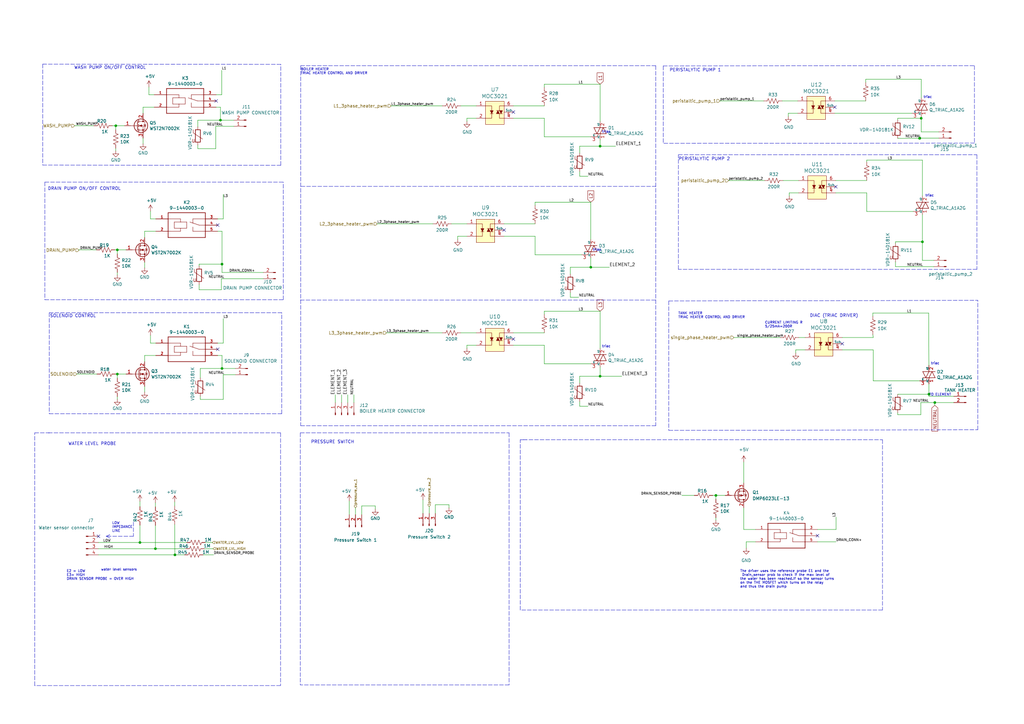
<source format=kicad_sch>
(kicad_sch (version 20211123) (generator eeschema)
  (paper "A3")
  (title_block (title "DISHWASHER") (date "2022-02-01") (rev "1") (company "STEEL FORM") (comment 2 "Reviewed by:") (comment 3 "Designed by: Robert Mutura Macharia") (comment 4 "STEEL FORM - DISHWASHER"))
  (junction (at 57.404 222.504))
  (junction (at 91.059 151.13))
  (junction (at 90.424 49.276))
  (junction (at 246.126 154.305))
  (junction (at 377.19 56.642))
  (junction (at 63.754 225.044))
  (junction (at 48.133 102.489))
  (junction (at 378.333 99.187))
  (junction (at 381 161.671))
  (junction (at 71.755 227.584))
  (junction (at 293.624 203.2))
  (junction (at 91.059 108.331))
  (junction (at 47.498 51.562))
  (junction (at 383.413 165.1))
  (junction (at 246.126 59.944))
  (junction (at 377.19 56.769))
  (junction (at 48.133 153.416))
  (junction (at 242.316 109.601))
  (junction (at 377.825 48.514))
  (no_connect (at 335.28 219.71))
  (no_connect (at 88.646 41.402))
  (no_connect (at 89.281 143.256))
  (no_connect (at 345.44 140.97))
  (no_connect (at 342.773 76.581))
  (no_connect (at 89.281 92.329))
  (no_connect (at 342.392 43.942))
  (no_connect (at 210.566 45.974))
  (no_connect (at 206.756 94.361))
  (no_connect (at 210.566 139.065))
  (no_connect (at 40.386 219.964))
  (wire (pts (xy 195.326 43.434) (xy 188.976 43.434)))
  (wire (pts (xy 368.173 48.514) (xy 377.825 48.514)))
  (wire (pts (xy 326.39 143.51) (xy 326.39 144.78)))
  (wire (pts (xy 178.562 207.01) (xy 184.15 207.01)))
  (wire (pts (xy 367.284 109.347) (xy 383.032 109.347)))
  (wire (pts (xy 61.722 140.716) (xy 63.881 140.716)))
  (wire (pts (xy 391.16 162.56) (xy 381 162.56)))
  (wire (pts (xy 153.924 207.518) (xy 153.924 208.788)))
  (wire (pts (xy 237.744 166.624) (xy 241.173 166.624)))
  (wire (pts (xy 88.646 38.862) (xy 90.932 38.862)))
  (polyline (pts (xy 17.526 67.691) (xy 115.189 67.818)))
  (wire (pts (xy 368.173 56.769) (xy 377.19 56.769)))
  (wire (pts (xy 58.674 58.928) (xy 58.674 56.642)))
  (wire (pts (xy 90.424 43.942) (xy 90.424 49.276)))
  (wire (pts (xy 31.496 153.416) (xy 39.751 153.416)))
  (wire (pts (xy 176.022 207.772) (xy 176.022 210.566)))
  (wire (pts (xy 367.284 99.822) (xy 367.284 99.187)))
  (wire (pts (xy 81.153 59.563) (xy 81.153 60.96)))
  (wire (pts (xy 335.28 222.25) (xy 342.9 222.25)))
  (polyline (pts (xy 401.066 176.276) (xy 401.066 123.19)))
  (wire (pts (xy 355.473 65.659) (xy 355.473 66.421)))
  (wire (pts (xy 137.541 165.1) (xy 137.541 161.925)))
  (wire (pts (xy 323.723 79.121) (xy 323.723 80.391)))
  (wire (pts (xy 355.092 32.512) (xy 377.825 32.512)))
  (wire (pts (xy 377.825 32.512) (xy 377.825 40.132)))
  (polyline (pts (xy 18.415 122.936) (xy 116.205 122.936)))
  (wire (pts (xy 305.054 189.484) (xy 305.054 198.12)))
  (wire (pts (xy 206.756 96.901) (xy 219.456 96.901)))
  (wire (pts (xy 61.087 35.687) (xy 61.087 38.862)))
  (polyline (pts (xy 123.19 177.546) (xy 123.19 280.924)))
  (wire (pts (xy 91.059 111.76) (xy 107.95 111.76)))
  (wire (pts (xy 82.169 162.56) (xy 82.169 163.83)))
  (wire (pts (xy 246.126 59.944) (xy 252.476 59.944)))
  (wire (pts (xy 246.126 127.635) (xy 246.126 142.875)))
  (wire (pts (xy 195.326 48.514) (xy 191.516 48.514)))
  (wire (pts (xy 295.275 41.402) (xy 313.182 41.402)))
  (polyline (pts (xy 123.444 76.454) (xy 268.986 76.454)))
  (polyline (pts (xy 18.415 74.676) (xy 18.415 122.936)))
  (wire (pts (xy 83.82 225.044) (xy 87.376 225.044)))
  (wire (pts (xy 47.498 61.849) (xy 47.498 60.833)))
  (wire (pts (xy 48.133 153.416) (xy 51.689 153.416)))
  (wire (pts (xy 237.744 157.099) (xy 237.744 154.305)))
  (wire (pts (xy 223.266 34.544) (xy 246.126 34.544)))
  (wire (pts (xy 233.934 112.395) (xy 233.934 109.601)))
  (wire (pts (xy 210.566 48.514) (xy 223.266 48.514)))
  (wire (pts (xy 145.161 165.1) (xy 145.161 161.925)))
  (polyline (pts (xy 278.257 110.49) (xy 278.257 63.5)))
  (wire (pts (xy 355.092 41.402) (xy 342.392 41.402)))
  (wire (pts (xy 40.386 222.504) (xy 57.404 222.504)))
  (polyline (pts (xy 123.317 174.625) (xy 268.986 174.625)))
  (polyline (pts (xy 361.95 180.34) (xy 361.95 250.19)))
  (wire (pts (xy 90.805 118.872) (xy 90.805 114.3)))
  (wire (pts (xy 323.342 46.482) (xy 323.342 47.752)))
  (wire (pts (xy 173.482 210.566) (xy 173.482 204.978)))
  (polyline (pts (xy 272.034 27.051) (xy 399.669 26.924)))
  (wire (pts (xy 279.654 203.2) (xy 284.734 203.2)))
  (wire (pts (xy 219.456 96.901) (xy 219.456 104.521)))
  (polyline (pts (xy 274.32 176.53) (xy 401.066 176.276)))
  (polyline (pts (xy 400.685 63.5) (xy 400.685 110.49)))
  (wire (pts (xy 255.016 154.305) (xy 246.126 154.305)))
  (wire (pts (xy 246.126 34.544) (xy 246.126 49.784)))
  (wire (pts (xy 91.059 94.869) (xy 91.059 108.331)))
  (wire (pts (xy 358.013 128.397) (xy 358.013 129.667)))
  (wire (pts (xy 300.99 138.43) (xy 320.04 138.43)))
  (wire (pts (xy 223.266 141.605) (xy 223.266 149.225)))
  (wire (pts (xy 298.831 74.041) (xy 313.563 74.041)))
  (wire (pts (xy 381 161.671) (xy 381 162.56)))
  (wire (pts (xy 81.153 51.943) (xy 81.153 49.276)))
  (wire (pts (xy 223.266 127.635) (xy 223.266 128.905)))
  (wire (pts (xy 242.316 105.791) (xy 242.316 109.601)))
  (wire (pts (xy 246.126 57.404) (xy 246.126 59.944)))
  (wire (pts (xy 378.333 99.187) (xy 378.333 106.807)))
  (wire (pts (xy 63.881 145.796) (xy 59.309 145.796)))
  (wire (pts (xy 358.013 128.397) (xy 380.873 128.397)))
  (wire (pts (xy 82.169 151.13) (xy 82.169 154.94)))
  (polyline (pts (xy 399.669 26.924) (xy 399.669 58.674)))
  (wire (pts (xy 219.456 82.931) (xy 242.316 82.931)))
  (polyline (pts (xy 115.189 67.818) (xy 115.189 26.416)))
  (wire (pts (xy 71.628 205.867) (xy 71.628 207.518)))
  (wire (pts (xy 91.567 140.716) (xy 91.567 130.683)))
  (wire (pts (xy 195.326 141.605) (xy 191.516 141.605)))
  (wire (pts (xy 358.14 143.51) (xy 358.14 156.21)))
  (wire (pts (xy 233.934 109.601) (xy 242.316 109.601)))
  (wire (pts (xy 82.169 151.13) (xy 91.059 151.13)))
  (polyline (pts (xy 20.193 169.672) (xy 115.57 169.672)))
  (wire (pts (xy 368.173 161.671) (xy 381 161.671)))
  (wire (pts (xy 158.496 136.525) (xy 181.356 136.525)))
  (wire (pts (xy 195.326 136.525) (xy 188.976 136.525)))
  (wire (pts (xy 233.934 120.015) (xy 233.934 121.92)))
  (wire (pts (xy 330.2 138.43) (xy 327.66 138.43)))
  (wire (pts (xy 83.312 227.584) (xy 87.63 227.584)))
  (wire (pts (xy 81.661 116.713) (xy 81.661 118.872)))
  (polyline (pts (xy 208.788 280.924) (xy 123.19 280.924)))
  (wire (pts (xy 148.336 211.074) (xy 148.336 207.518)))
  (polyline (pts (xy 400.685 110.49) (xy 278.257 110.49)))
  (wire (pts (xy 148.336 207.518) (xy 153.924 207.518)))
  (wire (pts (xy 377.825 54.102) (xy 385.064 54.102)))
  (wire (pts (xy 306.07 222.25) (xy 306.07 224.79)))
  (wire (pts (xy 81.153 49.276) (xy 90.424 49.276)))
  (polyline (pts (xy 213.36 250.19) (xy 213.36 180.34)))
  (wire (pts (xy 223.266 34.544) (xy 223.266 35.814)))
  (wire (pts (xy 89.281 140.716) (xy 91.567 140.716)))
  (wire (pts (xy 88.519 51.816) (xy 95.885 51.816)))
  (polyline (pts (xy 43.561 219.837) (xy 43.561 219.964)))
  (wire (pts (xy 61.722 89.789) (xy 63.881 89.789)))
  (wire (pts (xy 367.284 107.442) (xy 367.284 109.347)))
  (wire (pts (xy 89.281 89.789) (xy 91.567 89.789)))
  (wire (pts (xy 380.873 128.397) (xy 381 149.86)))
  (polyline (pts (xy 272.034 27.051) (xy 272.034 58.801)))
  (wire (pts (xy 345.44 143.51) (xy 358.14 143.51)))
  (wire (pts (xy 48.133 155.067) (xy 48.133 153.416)))
  (polyline (pts (xy 268.986 26.924) (xy 123.317 26.924)))
  (wire (pts (xy 237.744 62.738) (xy 237.744 59.944)))
  (wire (pts (xy 91.059 145.796) (xy 91.059 151.13)))
  (wire (pts (xy 82.169 163.83) (xy 91.567 163.83)))
  (polyline (pts (xy 268.986 26.924) (xy 268.986 174.625)))
  (polyline (pts (xy 115.57 169.672) (xy 115.57 128.27)))
  (wire (pts (xy 145.796 208.28) (xy 145.796 211.074)))
  (polyline (pts (xy 399.669 58.674) (xy 272.034 58.801)))
  (wire (pts (xy 377.19 56.769) (xy 377.19 56.642)))
  (wire (pts (xy 63.754 206.248) (xy 63.754 207.899)))
  (polyline (pts (xy 208.788 177.546) (xy 208.788 280.924)))
  (wire (pts (xy 219.456 82.931) (xy 219.456 84.201)))
  (polyline (pts (xy 17.526 26.289) (xy 115.189 26.416)))
  (wire (pts (xy 47.371 153.416) (xy 48.133 153.416)))
  (wire (pts (xy 377.19 56.642) (xy 385.064 56.642)))
  (wire (pts (xy 91.567 89.789) (xy 91.567 79.756)))
  (wire (pts (xy 154.686 91.821) (xy 177.546 91.821)))
  (wire (pts (xy 305.054 208.28) (xy 305.054 217.17)))
  (wire (pts (xy 90.932 38.862) (xy 90.932 28.829)))
  (wire (pts (xy 242.316 109.601) (xy 249.936 109.601)))
  (polyline (pts (xy 278.257 63.5) (xy 400.685 63.5)))
  (wire (pts (xy 223.266 136.525) (xy 210.566 136.525)))
  (wire (pts (xy 342.773 79.121) (xy 355.473 79.121)))
  (wire (pts (xy 355.473 65.659) (xy 378.333 65.659)))
  (wire (pts (xy 377.825 48.514) (xy 377.825 54.102)))
  (wire (pts (xy 335.28 217.17) (xy 342.9 217.17)))
  (wire (pts (xy 91.059 108.331) (xy 91.059 111.76)))
  (wire (pts (xy 32.385 102.489) (xy 39.497 102.489)))
  (wire (pts (xy 237.744 70.358) (xy 237.744 72.263)))
  (polyline (pts (xy 54.737 214.122) (xy 54.737 219.964)))
  (wire (pts (xy 184.15 207.01) (xy 184.15 208.28)))
  (wire (pts (xy 90.424 49.276) (xy 95.885 49.276)))
  (wire (pts (xy 293.624 203.2) (xy 293.624 204.724)))
  (wire (pts (xy 367.284 99.187) (xy 378.333 99.187)))
  (wire (pts (xy 327.152 46.482) (xy 323.342 46.482)))
  (wire (pts (xy 219.456 104.521) (xy 238.506 104.521)))
  (wire (pts (xy 191.516 96.901) (xy 187.706 96.901)))
  (wire (pts (xy 327.533 74.041) (xy 321.183 74.041)))
  (polyline (pts (xy 54.737 219.964) (xy 43.561 219.964)))
  (wire (pts (xy 59.309 109.855) (xy 59.309 107.569)))
  (wire (pts (xy 381 157.48) (xy 381 161.671)))
  (wire (pts (xy 71.628 215.138) (xy 71.755 227.584)))
  (wire (pts (xy 210.566 141.605) (xy 223.266 141.605)))
  (wire (pts (xy 355.092 32.512) (xy 355.092 33.782)))
  (wire (pts (xy 378.333 65.659) (xy 378.333 80.391)))
  (wire (pts (xy 59.309 160.782) (xy 59.309 158.496)))
  (wire (pts (xy 40.386 225.044) (xy 63.754 225.044)))
  (wire (pts (xy 237.744 164.719) (xy 237.744 166.624)))
  (wire (pts (xy 368.173 49.149) (xy 368.173 48.514)))
  (wire (pts (xy 342.392 46.482) (xy 374.015 46.482)))
  (wire (pts (xy 63.881 94.869) (xy 59.309 94.869)))
  (wire (pts (xy 32.385 102.616) (xy 32.385 102.489)))
  (wire (pts (xy 140.081 165.1) (xy 140.081 161.925)))
  (wire (pts (xy 383.413 166.243) (xy 383.413 165.1)))
  (wire (pts (xy 191.516 91.821) (xy 185.166 91.821)))
  (wire (pts (xy 47.117 102.489) (xy 48.133 102.489)))
  (wire (pts (xy 293.624 213.36) (xy 293.624 212.344)))
  (polyline (pts (xy 20.193 128.27) (xy 115.57 128.27)))
  (polyline (pts (xy 123.317 26.924) (xy 123.317 174.625)))
  (wire (pts (xy 378.333 88.011) (xy 378.333 99.187)))
  (wire (pts (xy 81.661 109.093) (xy 81.661 108.331)))
  (wire (pts (xy 63.754 225.044) (xy 76.2 225.044)))
  (wire (pts (xy 355.473 74.041) (xy 342.773 74.041)))
  (wire (pts (xy 327.152 41.402) (xy 320.802 41.402)))
  (wire (pts (xy 377.698 165.1) (xy 383.413 165.1)))
  (wire (pts (xy 368.173 169.291) (xy 368.173 170.053)))
  (wire (pts (xy 59.309 94.869) (xy 59.309 97.409)))
  (wire (pts (xy 61.722 86.614) (xy 61.722 89.789)))
  (polyline (pts (xy 14.224 281.178) (xy 14.224 177.546)))
  (polyline (pts (xy 123.19 123.063) (xy 268.986 123.063)))
  (wire (pts (xy 160.401 43.434) (xy 181.356 43.434)))
  (polyline (pts (xy 17.526 26.289) (xy 17.526 67.691)))
  (wire (pts (xy 88.646 43.942) (xy 90.424 43.942)))
  (wire (pts (xy 223.266 48.514) (xy 223.266 56.134)))
  (wire (pts (xy 383.032 106.807) (xy 378.333 106.807)))
  (wire (pts (xy 391.16 165.1) (xy 383.413 165.1)))
  (wire (pts (xy 90.805 114.3) (xy 107.95 114.3)))
  (wire (pts (xy 355.473 79.121) (xy 355.473 86.741)))
  (wire (pts (xy 88.519 60.96) (xy 88.519 51.816)))
  (polyline (pts (xy 361.95 250.19) (xy 213.36 250.19)))
  (wire (pts (xy 40.386 227.584) (xy 71.755 227.584)))
  (wire (pts (xy 358.14 138.43) (xy 345.44 138.43)))
  (wire (pts (xy 61.722 137.541) (xy 61.722 140.716)))
  (wire (pts (xy 142.621 165.1) (xy 142.621 161.925)))
  (wire (pts (xy 48.133 104.14) (xy 48.133 102.489)))
  (polyline (pts (xy 213.36 180.34) (xy 215.9 180.34)))
  (wire (pts (xy 89.281 94.869) (xy 91.059 94.869)))
  (wire (pts (xy 242.316 82.931) (xy 242.316 98.171)))
  (polyline (pts (xy 43.561 219.964) (xy 45.466 220.853)))
  (wire (pts (xy 48.133 102.489) (xy 51.689 102.489)))
  (wire (pts (xy 330.2 143.51) (xy 326.39 143.51)))
  (polyline (pts (xy 43.561 219.964) (xy 45.466 219.075)))
  (wire (pts (xy 358.013 137.287) (xy 358.14 138.43)))
  (polyline (pts (xy 115.062 177.546) (xy 115.062 281.178)))
  (wire (pts (xy 84.201 222.504) (xy 87.122 222.504)))
  (wire (pts (xy 61.087 38.862) (xy 63.246 38.862)))
  (wire (pts (xy 327.533 79.121) (xy 323.723 79.121)))
  (wire (pts (xy 191.516 141.605) (xy 191.516 142.875)))
  (wire (pts (xy 91.567 153.67) (xy 96.52 153.67)))
  (wire (pts (xy 81.661 108.331) (xy 91.059 108.331)))
  (wire (pts (xy 63.246 43.942) (xy 58.674 43.942)))
  (wire (pts (xy 358.14 156.21) (xy 377.19 156.21)))
  (wire (pts (xy 233.934 121.92) (xy 237.363 121.92)))
  (wire (pts (xy 309.88 222.25) (xy 306.07 222.25)))
  (wire (pts (xy 59.309 145.796) (xy 59.309 148.336)))
  (polyline (pts (xy 274.32 123.444) (xy 274.32 176.53)))
  (polyline (pts (xy 20.193 128.27) (xy 20.193 169.672)))
  (wire (pts (xy 292.354 203.2) (xy 293.624 203.2)))
  (wire (pts (xy 91.567 163.83) (xy 91.567 153.67)))
  (wire (pts (xy 71.755 227.584) (xy 75.692 227.584)))
  (wire (pts (xy 355.473 86.741) (xy 374.523 86.741)))
  (wire (pts (xy 63.754 215.519) (xy 63.754 225.044)))
  (wire (pts (xy 223.266 149.225) (xy 242.316 149.225)))
  (wire (pts (xy 223.266 127.635) (xy 246.126 127.635)))
  (wire (pts (xy 57.404 215.392) (xy 57.404 222.504)))
  (polyline (pts (xy 214.63 180.34) (xy 361.95 180.34)))
  (wire (pts (xy 219.456 91.821) (xy 206.756 91.821)))
  (wire (pts (xy 237.744 72.263) (xy 241.173 72.263)))
  (wire (pts (xy 48.133 163.703) (xy 48.133 162.687)))
  (polyline (pts (xy 14.224 177.546) (xy 20.32 177.546)))
  (polyline (pts (xy 123.19 177.546) (xy 208.788 177.546)))
  (wire (pts (xy 191.516 48.514) (xy 191.516 49.784)))
  (wire (pts (xy 81.661 118.872) (xy 90.805 118.872)))
  (wire (pts (xy 237.744 154.305) (xy 246.126 154.305)))
  (wire (pts (xy 46.101 51.562) (xy 47.498 51.562)))
  (wire (pts (xy 293.624 203.2) (xy 297.434 203.2)))
  (wire (pts (xy 309.88 217.17) (xy 305.054 217.17)))
  (polyline (pts (xy 19.812 177.546) (xy 115.062 177.546)))
  (wire (pts (xy 187.706 96.901) (xy 187.706 98.171)))
  (wire (pts (xy 178.562 210.566) (xy 178.562 207.01)))
  (wire (pts (xy 223.266 43.434) (xy 210.566 43.434)))
  (wire (pts (xy 47.498 51.562) (xy 51.054 51.562)))
  (wire (pts (xy 30.607 51.562) (xy 38.481 51.562)))
  (wire (pts (xy 246.126 150.495) (xy 246.126 154.305)))
  (wire (pts (xy 47.498 53.213) (xy 47.498 51.562)))
  (wire (pts (xy 89.281 145.796) (xy 91.059 145.796)))
  (wire (pts (xy 81.153 60.96) (xy 88.519 60.96)))
  (wire (pts (xy 57.404 222.504) (xy 76.581 222.504)))
  (wire (pts (xy 58.674 43.942) (xy 58.674 46.482)))
  (polyline (pts (xy 115.062 281.178) (xy 14.224 281.178)))
  (wire (pts (xy 368.173 170.053) (xy 377.698 170.053)))
  (wire (pts (xy 57.404 205.613) (xy 57.404 207.772)))
  (polyline (pts (xy 274.32 123.444) (xy 401.066 123.19)))
  (wire (pts (xy 143.256 211.074) (xy 143.256 205.486)))
  (wire (pts (xy 342.9 212.09) (xy 342.9 217.17)))
  (wire (pts (xy 223.266 56.134) (xy 242.316 56.134)))
  (wire (pts (xy 377.825 47.752) (xy 377.825 48.514)))
  (polyline (pts (xy 116.205 122.936) (xy 116.205 74.676)))
  (wire (pts (xy 377.698 170.053) (xy 377.698 165.1)))
  (wire (pts (xy 237.744 59.944) (xy 246.126 59.944)))
  (polyline (pts (xy 18.415 74.676) (xy 116.205 74.676)))
  (wire (pts (xy 91.059 151.13) (xy 96.52 151.13)))
  (wire (pts (xy 48.133 112.776) (xy 48.133 111.76)))
  (text "triac" (at 379.476 80.899 0) (effects (font (size 0.9906 0.9906)) (justify left bottom)))
  (text "TO ELEMENT" (at 381 162.56 0) (effects (font (size 0.9906 0.9906)) (justify left bottom)))
  (text "triac" (at 243.078 103.124 0) (effects (font (size 0.9906 0.9906)) (justify left bottom)))
  (text "WATER LEVEL PROBE" (at 27.94 182.88 0) (effects (font (size 1.27 1.27)) (justify left bottom)))
  (text "triac" (at 246.888 54.737 0) (effects (font (size 0.9906 0.9906)) (justify left bottom)))
  (text "CURRENT LIMITING R\n5/25mA=200R" (at 313.69 134.62 0) (effects (font (size 0.9906 0.9906)) (justify left bottom)))
  (text "TANK HEATER\nTRIAC HEATER CONTROL AND DRIVER" (at 278.13 130.81 0) (effects (font (size 0.9906 0.9906)) (justify left bottom)))
  (text "DIAC (TRIAC DRIVER)" (at 332.105 130.302 0) (effects (font (size 1.27 1.27)) (justify left bottom)))
  (text "LOW\nIMPEDANCE \nLINE" (at 45.974 218.44 0) (effects (font (size 0.9906 0.9906)) (justify left bottom)))
  (text "WASH PUMP ON/OFF CONTROL" (at 30.353 28.575 0) (effects (font (size 1.27 1.27)) (justify left bottom)))
  (text "SOLENOID CONTROL " (at 20.447 130.429 0) (effects (font (size 1.27 1.27)) (justify left bottom)))
  (text "PERISTALYTIC PUMP 1" (at 274.574 29.591 0) (effects (font (size 1.27 1.27)) (justify left bottom)))
  (text "BOILER HEATER\nTRIAC HEATER CONTROL AND DRIVER" (at 123.317 30.734 0) (effects (font (size 0.9906 0.9906)) (justify left bottom)))
  (text "E2 = LOW\nE3= HIGH\nDRAIN SENSOR PROBE = OVER HIGH" (at 27.305 238.125 0) (effects (font (size 0.9906 0.9906)) (justify left bottom)))
  (text "PRESSURE SWITCH" (at 127.508 182.118 0) (effects (font (size 1.27 1.27)) (justify left bottom)))
  (text "The driver uses the reference probe E1 and the\n Drain_sensor prob to check if the max level of\nthe water has been reached.If so the sensor turns\non the THE MOSFET which turns on the relay\nand thus the drain pump" (at 303.53 241.3 0) (effects (font (size 0.9906 0.9906)) (justify left bottom)))
  (text "PERISTALYTIC PUMP 2\n" (at 278.257 66.04 0) (effects (font (size 1.27 1.27)) (justify left bottom)))
  (text "triac" (at 246.888 142.748 0) (effects (font (size 0.9906 0.9906)) (justify left bottom)))
  (text "triac" (at 381.762 149.733 0) (effects (font (size 0.9906 0.9906)) (justify left bottom)))
  (text "DRAIN PUMP ON/OFF CONTROL" (at 19.558 78.232 0) (effects (font (size 1.27 1.27)) (justify left bottom)))
  (text "triac" (at 378.714 40.513 0) (effects (font (size 0.9906 0.9906)) (justify left bottom)))
  (text "water level sensors" (at 41.402 234.315 0) (effects (font (size 0.9906 0.9906)) (justify left bottom)))
  (label "DRAIN_PUMP" (at 32.766 102.489 0) (effects (font (size 0.9906 0.9906))))
  (label "HIGH" (at 42.672 225.044 0) (effects (font (size 0.9906 0.9906))))
  (label "L3" (at 363.982 65.659 0) (effects (font (size 0.9906 0.9906))))
  (label "ELEMENT_3" (at 255.016 154.305 0))
  (label "L1" (at 237.236 34.544 0) (effects (font (size 0.9906 0.9906))))
  (label "L1" (at 371.983 128.397 0) (effects (font (size 0.9906 0.9906))))
  (label "peristaltic_pump_1" (at 295.275 41.402 0) (effects (font (size 0.9906 0.9906))))
  (label "ELEMENT_1" (at 252.476 59.944 0))
  (label "ELEMENT_2" (at 140.081 161.925 90))
  (label "NEUTRAL" (at 381 165.1 180) (effects (font (size 0.9906 0.9906))))
  (label "ELEMENT_2" (at 249.936 109.601 0))
  (label "L2_3phase_heater_pwm" (at 154.686 91.821 0) (effects (font (size 0.9906 0.9906))))
  (label "ELEMENT_1" (at 137.541 161.925 90))
  (label "L2" (at 233.426 82.931 0) (effects (font (size 0.9906 0.9906))))
  (label "NEUTRAL" (at 237.363 121.92 0) (effects (font (size 0.9906 0.9906))))
  (label "DRAIN_SENSOR_PROBE" (at 87.63 227.584 0) (effects (font (size 0.9906 0.9906))))
  (label "WASH_PUMP" (at 31.115 51.562 0) (effects (font (size 0.9906 0.9906))))
  (label "L3_3phase_heater_pwm" (at 158.496 136.525 0) (effects (font (size 0.9906 0.9906))))
  (label "NEUTRAL" (at 378.587 109.347 180) (effects (font (size 0.9906 0.9906))))
  (label "L3" (at 237.236 127.635 0) (effects (font (size 0.9906 0.9906))))
  (label "L3" (at 342.9 212.09 90) (effects (font (size 0.9906 0.9906))))
  (label "NEUTRAL" (at 92.075 153.67 180) (effects (font (size 0.9906 0.9906))))
  (label "NEUTRAL" (at 241.173 166.624 0) (effects (font (size 0.9906 0.9906))))
  (label "DRAIN_CONN+" (at 93.98 111.76 0) (effects (font (size 0.9906 0.9906))))
  (label "LOW" (at 42.291 222.504 0) (effects (font (size 0.9906 0.9906))))
  (label "DRAIN_CONN+" (at 342.9 222.25 0) (effects (font (size 0.9906 0.9906))))
  (label "NEUTRAL" (at 145.161 161.925 90) (effects (font (size 0.9906 0.9906))))
  (label "DRAIN_SENSOR_PROBE" (at 279.654 203.2 180) (effects (font (size 0.9906 0.9906))))
  (label "ELEMENT_3" (at 142.621 161.925 90))
  (label "SOLENOID" (at 31.496 153.416 0) (effects (font (size 0.9906 0.9906))))
  (label "L1" (at 90.932 28.829 0) (effects (font (size 0.9906 0.9906))))
  (label "L3" (at 91.567 130.683 0) (effects (font (size 0.9906 0.9906))))
  (label "L3" (at 91.567 81.153 0) (effects (font (size 0.9906 0.9906))))
  (label "L1_3phase_heater_pwm" (at 160.401 43.434 0) (effects (font (size 0.9906 0.9906))))
  (label "L3" (at 367.538 32.512 0) (effects (font (size 0.9906 0.9906))))
  (label "NEUTRAL" (at 377.825 56.642 180) (effects (font (size 0.9906 0.9906))))
  (label "NEUTRAL" (at 92.075 114.3 180) (effects (font (size 0.9906 0.9906))))
  (label "NEUTRAL" (at 91.44 51.816 180) (effects (font (size 0.9906 0.9906))))
  (label "single_phase_heater_pwm" (at 302.26 138.43 0) (effects (font (size 0.9906 0.9906))))
  (label "NEUTRAL" (at 241.173 72.263 0) (effects (font (size 0.9906 0.9906))))
  (label "peristaltic_pump_2" (at 298.831 74.041 0) (effects (font (size 0.9906 0.9906))))
  (global_label "L3" (shape input) (at 246.126 127.635 90) (property "Intersheet References" "${INTERSHEET_REFS}" (effects hide)))
  (global_label "NEUTRAL" (shape input) (at 383.413 166.243 270) (property "Intersheet References" "${INTERSHEET_REFS}" (effects hide)))
  (global_label "L2" (shape input) (at 242.316 82.931 90) (property "Intersheet References" "${INTERSHEET_REFS}" (effects hide)))
  (global_label "L1" (shape input) (at 246.126 34.544 90) (property "Intersheet References" "${INTERSHEET_REFS}" (effects hide)))
  (hierarchical_label "single_phase_heater_pwm" (shape input) (at 300.99 138.43 180))
  (hierarchical_label "peristaltic_pump_1" (shape input) (at 295.275 41.402 180))
  (hierarchical_label "WATER_LVL_HIGH" (shape input) (at 87.376 225.044 0) (effects (font (size 0.9906 0.9906))))
  (hierarchical_label "pressure_sw_1" (shape input) (at 145.796 208.28 90) (effects (font (size 0.9906 0.9906))))
  (hierarchical_label "WATER_LVL_LOW" (shape input) (at 87.122 222.504 0) (effects (font (size 0.9906 0.9906))))
  (hierarchical_label "pressure_sw_2" (shape input) (at 176.022 207.772 90) (effects (font (size 0.9906 0.9906))))
  (hierarchical_label "L3_3phase_heater_pwm" (shape input) (at 158.496 136.525 180))
  (hierarchical_label "peristaltic_pump_2" (shape input) (at 298.831 74.041 180))
  (hierarchical_label "WASH_PUMP" (shape input) (at 30.607 51.562 180))
  (hierarchical_label "L1_3phase_heater_pwm" (shape input) (at 160.401 43.434 180))
  (hierarchical_label "SOLENOID" (shape input) (at 31.496 153.416 180))
  (hierarchical_label "DRAIN_PUMP" (shape input) (at 32.385 102.616 180))
  (hierarchical_label "L2_3phase_heater_pwm" (shape input) (at 154.686 91.821 180))
  (symbol (lib_name "MOC3021_1") (lib_id "dk_Optoisolators-Triac-SCR-Output:MOC3021") (at 337.82 140.97 0) (unit 1)
    (property "Reference" "U8" (at 337.82 131.7752 0) (effects (font (size 1.524 1.524))))
    (property "Value" "MOC3021" (at 337.82 134.4676 0) (effects (font (size 1.524 1.524))))
    (property "Footprint" "digikey-footprints:DIP-6_W7.62mm" (effects hide))
    (property "Datasheet" "http://optoelectronics.liteon.com/upload/download/DS-70-99-0019/MOC302X%20series%20201606.pdf" (effects hide))
    (property "Digi-Key_PN" "160-1374-5-ND" (effects hide))
    (property "MPN" "MOC3021" (effects hide))
    (property "Category" "Isolators" (effects hide))
    (property "Family" "Optoisolators - Triac, SCR Output" (effects hide))
    (property "DK_Datasheet_Link" "http://optoelectronics.liteon.com/upload/download/DS-70-99-0019/MOC302X%20series%20201606.pdf" (effects hide))
    (property "DK_Detail_Page" "/product-detail/en/lite-on-inc/MOC3021/160-1374-5-ND/385844" (effects hide))
    (property "Description" "OPTOISOLATOR 5KV TRIAC 6DIP" (effects hide))
    (property "Manufacturer" "Lite-On Inc." (effects hide))
    (property "Status" "Active" (effects hide))
  )
  (symbol (lib_id "Device:R_US") (at 323.85 138.43 270) (unit 1)
    (property "Reference" "R27" (at 323.85 135.89 90))
    (property "Value" "200R" (at 323.85 140.97 90))
    (property "Footprint" "Resistor_SMD:R_0402_1005Metric" (effects hide))
  )
  (symbol (lib_id "power:GND") (at 326.39 144.78 0) (unit 1)
    (property "Reference" "#PWR0156" (effects hide))
    (property "Value" "GND" (at 326.517 149.1742 0))
  )
  (symbol (lib_id "Device:R_US") (at 358.013 133.477 0) (unit 1)
    (property "Reference" "R29" (at 361.823 132.207 0))
    (property "Value" "10K" (at 361.823 134.747 0))
    (property "Footprint" "Resistor_SMD:R_0402_1005Metric" (effects hide))
  )
  (symbol (lib_id "Device:Q_TRIAC_A1A2G") (at 381 153.67 0) (unit 1)
    (property "Reference" "D2" (at 384.2512 152.5016 0) (effects (justify left)))
    (property "Value" "Q_TRIAC_A1A2G" (at 384.2512 154.813 0) (effects (justify left)))
    (property "Footprint" "Package_TO_SOT_THT:TO-220-3_Vertical" (effects hide))
    (property "MPN" "BTA30-600CW3G" (effects hide))
  )
  (symbol (lib_id "Connector:Conn_01x02_Male") (at 396.24 162.56 0) (mirror y) (unit 1)
    (property "Reference" "J13" (at 393.4968 157.9626 0))
    (property "Value" "TANK HEATER" (at 393.7 160.02 0))
    (property "Footprint" "greencharge-footprints:6PCV02006" (effects hide))
  )
  (symbol (lib_id "Device:Q_TRIAC_A1A2G") (at 246.126 53.594 0) (unit 1)
    (property "Reference" "D1" (at 249.3772 52.4256 0) (effects (justify left)))
    (property "Value" "Q_TRIAC_A1A2G" (at 249.3772 54.737 0) (effects (justify left)))
    (property "Footprint" "Package_TO_SOT_THT:TO-220-3_Vertical" (effects hide))
    (property "MPN" "BTA30-600CW3G" (effects hide))
  )
  (symbol (lib_id "Device:R_US") (at 223.266 39.624 0) (unit 1)
    (property "Reference" "R28" (at 227.076 38.354 0))
    (property "Value" "10K" (at 227.076 40.894 0))
    (property "Footprint" "Resistor_SMD:R_0402_1005Metric" (effects hide))
  )
  (symbol (lib_id "power:GND") (at 191.516 49.784 0) (unit 1)
    (property "Reference" "#PWR0168" (effects hide))
    (property "Value" "GND" (at 191.643 54.1782 0))
  )
  (symbol (lib_id "Device:R_US") (at 185.166 43.434 270) (unit 1)
    (property "Reference" "R24" (at 185.166 40.894 90))
    (property "Value" "200R" (at 185.166 45.974 90))
    (property "Footprint" "Resistor_SMD:R_0402_1005Metric" (effects hide))
  )
  (symbol (lib_name "MOC3021_3") (lib_id "dk_Optoisolators-Triac-SCR-Output:MOC3021") (at 202.946 45.974 0) (unit 1)
    (property "Reference" "U7" (at 202.946 36.7792 0) (effects (font (size 1.524 1.524))))
    (property "Value" "MOC3021" (at 202.946 39.4716 0) (effects (font (size 1.524 1.524))))
    (property "Footprint" "digikey-footprints:DIP-6_W7.62mm" (effects hide))
    (property "Datasheet" "http://optoelectronics.liteon.com/upload/download/DS-70-99-0019/MOC302X%20series%20201606.pdf" (effects hide))
    (property "Digi-Key_PN" "160-1374-5-ND" (effects hide))
    (property "MPN" "MOC3021" (effects hide))
    (property "Category" "Isolators" (effects hide))
    (property "Family" "Optoisolators - Triac, SCR Output" (effects hide))
    (property "DK_Datasheet_Link" "http://optoelectronics.liteon.com/upload/download/DS-70-99-0019/MOC302X%20series%20201606.pdf" (effects hide))
    (property "DK_Detail_Page" "/product-detail/en/lite-on-inc/MOC3021/160-1374-5-ND/385844" (effects hide))
    (property "Description" "OPTOISOLATOR 5KV TRIAC 6DIP" (effects hide))
    (property "Manufacturer" "Lite-On Inc." (effects hide))
    (property "Status" "Active" (effects hide))
  )
  (symbol (lib_id "Device:Q_TRIAC_A1A2G") (at 242.316 101.981 0) (unit 1)
    (property "Reference" "D3" (at 245.5672 100.8126 0) (effects (justify left)))
    (property "Value" "Q_TRIAC_A1A2G" (at 245.5672 103.124 0) (effects (justify left)))
    (property "Footprint" "Package_TO_SOT_THT:TO-220-3_Vertical" (effects hide))
    (property "MPN" "BTA30-600CW3G" (effects hide))
  )
  (symbol (lib_id "Device:R_US") (at 219.456 88.011 0) (unit 1)
    (property "Reference" "R30" (at 223.266 86.741 0))
    (property "Value" "10K" (at 223.266 89.281 0))
    (property "Footprint" "Resistor_SMD:R_0402_1005Metric" (effects hide))
  )
  (symbol (lib_id "power:GND") (at 187.706 98.171 0) (unit 1)
    (property "Reference" "#PWR0169" (effects hide))
    (property "Value" "GND" (at 187.833 102.5652 0))
  )
  (symbol (lib_id "Device:R_US") (at 181.356 91.821 270) (unit 1)
    (property "Reference" "R25" (at 181.356 89.281 90))
    (property "Value" "200R" (at 181.356 94.361 90))
    (property "Footprint" "Resistor_SMD:R_0402_1005Metric" (effects hide))
  )
  (symbol (lib_name "MOC3021_2") (lib_id "dk_Optoisolators-Triac-SCR-Output:MOC3021") (at 199.136 94.361 0) (unit 1)
    (property "Reference" "U9" (at 199.136 85.1662 0) (effects (font (size 1.524 1.524))))
    (property "Value" "MOC3021" (at 199.136 87.8586 0) (effects (font (size 1.524 1.524))))
    (property "Footprint" "digikey-footprints:DIP-6_W7.62mm" (effects hide))
    (property "Datasheet" "http://optoelectronics.liteon.com/upload/download/DS-70-99-0019/MOC302X%20series%20201606.pdf" (effects hide))
    (property "Digi-Key_PN" "160-1374-5-ND" (effects hide))
    (property "MPN" "MOC3021" (effects hide))
    (property "Category" "Isolators" (effects hide))
    (property "Family" "Optoisolators - Triac, SCR Output" (effects hide))
    (property "DK_Datasheet_Link" "http://optoelectronics.liteon.com/upload/download/DS-70-99-0019/MOC302X%20series%20201606.pdf" (effects hide))
    (property "DK_Detail_Page" "/product-detail/en/lite-on-inc/MOC3021/160-1374-5-ND/385844" (effects hide))
    (property "Description" "OPTOISOLATOR 5KV TRIAC 6DIP" (effects hide))
    (property "Manufacturer" "Lite-On Inc." (effects hide))
    (property "Status" "Active" (effects hide))
  )
  (symbol (lib_id "Device:Q_TRIAC_A1A2G") (at 246.126 146.685 0) (unit 1)
    (property "Reference" "D4" (at 249.3772 145.5166 0) (effects (justify left)))
    (property "Value" "Q_TRIAC_A1A2G" (at 249.3772 147.828 0) (effects (justify left)))
    (property "Footprint" "Package_TO_SOT_THT:TO-220-3_Vertical" (effects hide))
    (property "MPN" "BTA30-600CW3G" (effects hide))
  )
  (symbol (lib_id "Device:R_US") (at 223.266 132.715 0) (unit 1)
    (property "Reference" "R31" (at 227.076 131.445 0))
    (property "Value" "10K" (at 227.076 133.985 0))
    (property "Footprint" "Resistor_SMD:R_0402_1005Metric" (effects hide))
  )
  (symbol (lib_id "power:GND") (at 191.516 142.875 0) (unit 1)
    (property "Reference" "#PWR0170" (effects hide))
    (property "Value" "GND" (at 191.643 147.2692 0))
  )
  (symbol (lib_id "Device:R_US") (at 185.166 136.525 270) (unit 1)
    (property "Reference" "R26" (at 185.166 133.985 90))
    (property "Value" "200R" (at 185.166 139.065 90))
    (property "Footprint" "Resistor_SMD:R_0402_1005Metric" (effects hide))
  )
  (symbol (lib_name "MOC3021_4") (lib_id "dk_Optoisolators-Triac-SCR-Output:MOC3021") (at 202.946 139.065 0) (unit 1)
    (property "Reference" "U10" (at 202.946 129.8702 0) (effects (font (size 1.524 1.524))))
    (property "Value" "MOC3021" (at 202.946 132.5626 0) (effects (font (size 1.524 1.524))))
    (property "Footprint" "digikey-footprints:DIP-6_W7.62mm" (effects hide))
    (property "Datasheet" "http://optoelectronics.liteon.com/upload/download/DS-70-99-0019/MOC302X%20series%20201606.pdf" (effects hide))
    (property "Digi-Key_PN" "160-1374-5-ND" (effects hide))
    (property "MPN" "MOC3021" (effects hide))
    (property "Category" "Isolators" (effects hide))
    (property "Family" "Optoisolators - Triac, SCR Output" (effects hide))
    (property "DK_Datasheet_Link" "http://optoelectronics.liteon.com/upload/download/DS-70-99-0019/MOC302X%20series%20201606.pdf" (effects hide))
    (property "DK_Detail_Page" "/product-detail/en/lite-on-inc/MOC3021/160-1374-5-ND/385844" (effects hide))
    (property "Description" "OPTOISOLATOR 5KV TRIAC 6DIP" (effects hide))
    (property "Manufacturer" "Lite-On Inc." (effects hide))
    (property "Status" "Active" (effects hide))
  )
  (symbol (lib_id "Connector:Conn_01x04_Male") (at 140.081 170.18 90) (unit 1)
    (property "Reference" "J12" (at 147.3962 166.2684 90) (effects (justify right)))
    (property "Value" "BOILER HEATER CONNECTOR" (at 147.3962 168.5798 90) (effects (justify right)))
    (property "Footprint" "greencharge-footprints:barrier_terminal_6PCV_04_006" (effects hide))
  )
  (symbol (lib_id "Device:Q_TRIAC_A1A2G") (at 378.333 84.201 0) (unit 1)
    (property "Reference" "D5" (at 381.5842 83.0326 0) (effects (justify left)))
    (property "Value" "Q_TRIAC_A1A2G" (at 381.5842 85.344 0) (effects (justify left)))
    (property "Footprint" "Package_TO_SOT_THT:TO-220-3_Vertical" (effects hide))
    (property "MPN" "BTA30-600CW3G" (effects hide))
  )
  (symbol (lib_id "power:GND") (at 323.723 80.391 0) (unit 1)
    (property "Reference" "#PWR0167" (effects hide))
    (property "Value" "GND" (at 323.85 84.7852 0))
  )
  (symbol (lib_id "Device:R_US") (at 317.373 74.041 270) (unit 1)
    (property "Reference" "R32" (at 317.373 71.501 90))
    (property "Value" "200R" (at 317.373 76.581 90))
    (property "Footprint" "Resistor_SMD:R_0402_1005Metric" (effects hide))
  )
  (symbol (lib_name "MOC3021_5") (lib_id "dk_Optoisolators-Triac-SCR-Output:MOC3021") (at 335.153 76.581 0) (unit 1)
    (property "Reference" "U11" (at 335.153 67.3862 0) (effects (font (size 1.524 1.524))))
    (property "Value" "MOC3021" (at 335.153 70.0786 0) (effects (font (size 1.524 1.524))))
    (property "Footprint" "digikey-footprints:DIP-6_W7.62mm" (effects hide))
    (property "Datasheet" "http://optoelectronics.liteon.com/upload/download/DS-70-99-0019/MOC302X%20series%20201606.pdf" (effects hide))
    (property "Digi-Key_PN" "160-1374-5-ND" (effects hide))
    (property "MPN" "MOC3021" (effects hide))
    (property "Category" "Isolators" (effects hide))
    (property "Family" "Optoisolators - Triac, SCR Output" (effects hide))
    (property "DK_Datasheet_Link" "http://optoelectronics.liteon.com/upload/download/DS-70-99-0019/MOC302X%20series%20201606.pdf" (effects hide))
    (property "DK_Detail_Page" "/product-detail/en/lite-on-inc/MOC3021/160-1374-5-ND/385844" (effects hide))
    (property "Description" "OPTOISOLATOR 5KV TRIAC 6DIP" (effects hide))
    (property "Manufacturer" "Lite-On Inc." (effects hide))
    (property "Status" "Active" (effects hide))
  )
  (symbol (lib_id "Device:Q_TRIAC_A1A2G") (at 377.825 43.942 0) (unit 1)
    (property "Reference" "D6" (at 381.0762 42.7736 0) (effects (justify left)))
    (property "Value" "Q_TRIAC_A1A2G" (at 381.0762 45.085 0) (effects (justify left)))
    (property "Footprint" "Package_TO_SOT_THT:TO-220-3_Vertical" (effects hide))
    (property "MPN" "BTA30-600CW3G" (effects hide))
  )
  (symbol (lib_id "Device:R_US") (at 355.092 37.592 0) (unit 1)
    (property "Reference" "R35" (at 358.902 36.322 0))
    (property "Value" "10K" (at 358.902 38.862 0))
    (property "Footprint" "Resistor_SMD:R_0402_1005Metric" (effects hide))
  )
  (symbol (lib_id "power:GND") (at 323.342 47.752 0) (unit 1)
    (property "Reference" "#PWR0166" (effects hide))
    (property "Value" "GND" (at 323.469 52.1462 0))
  )
  (symbol (lib_id "Device:R_US") (at 316.992 41.402 270) (unit 1)
    (property "Reference" "R33" (at 316.992 38.862 90))
    (property "Value" "200R" (at 316.992 43.942 90))
    (property "Footprint" "Resistor_SMD:R_0402_1005Metric" (effects hide))
  )
  (symbol (lib_id "dk_Optoisolators-Triac-SCR-Output:MOC3021") (at 334.772 43.942 0) (unit 1)
    (property "Reference" "U12" (at 334.772 34.7472 0) (effects (font (size 1.524 1.524))))
    (property "Value" "MOC3021" (at 334.772 37.4396 0) (effects (font (size 1.524 1.524))))
    (property "Footprint" "digikey-footprints:DIP-6_W7.62mm" (effects hide))
    (property "Datasheet" "http://optoelectronics.liteon.com/upload/download/DS-70-99-0019/MOC302X%20series%20201606.pdf" (effects hide))
    (property "Digi-Key_PN" "160-1374-5-ND" (effects hide))
    (property "MPN" "MOC3021" (effects hide))
    (property "Category" "Isolators" (effects hide))
    (property "Family" "Optoisolators - Triac, SCR Output" (effects hide))
    (property "DK_Datasheet_Link" "http://optoelectronics.liteon.com/upload/download/DS-70-99-0019/MOC302X%20series%20201606.pdf" (effects hide))
    (property "DK_Detail_Page" "/product-detail/en/lite-on-inc/MOC3021/160-1374-5-ND/385844" (effects hide))
    (property "Description" "OPTOISOLATOR 5KV TRIAC 6DIP" (effects hide))
    (property "Manufacturer" "Lite-On Inc." (effects hide))
    (property "Status" "Active" (effects hide))
  )
  (symbol (lib_id "Connector:Conn_01x02_Male") (at 390.144 56.642 180) (unit 1)
    (property "Reference" "J15" (at 387.4008 61.2394 0))
    (property "Value" "peristaltic_pump_1" (at 391.922 59.69 0))
    (property "Footprint" "greencharge-footprints:SHDR2W100P0X508_1X2_1070X900X1380P" (effects hide))
  )
  (symbol (lib_id "Connector:Conn_01x02_Male") (at 388.112 109.347 180) (unit 1)
    (property "Reference" "J14" (at 385.3688 113.9444 0))
    (property "Value" "peristaltic_pump_2" (at 389.89 112.395 0))
    (property "Footprint" "greencharge-footprints:SHDR2W100P0X508_1X2_1070X900X1380P" (effects hide))
  )
  (symbol (lib_id "Device:R_US") (at 355.473 70.231 0) (unit 1)
    (property "Reference" "R34" (at 359.283 68.961 0))
    (property "Value" "10K" (at 359.283 71.501 0))
    (property "Footprint" "Resistor_SMD:R_0402_1005Metric" (effects hide))
  )
  (symbol (lib_id "9-1440003-0:9-1440003-0") (at 76.581 143.256 0) (unit 1)
    (property "Reference" "K1" (at 76.581 133.9342 0))
    (property "Value" "9-1440003-0" (at 76.581 136.2456 0))
    (property "Footprint" "greencharge-footprints:TE_9-1440003-0" (effects hide))
    (property "Comment" "9-1440003-0" (effects hide))
  )
  (symbol (lib_id "power:+5V") (at 61.722 137.541 0) (unit 1)
    (property "Reference" "#PWR0157" (effects hide))
    (property "Value" "+5V" (at 62.103 133.1468 0))
  )
  (symbol (lib_id "Device:Q_NMOS_GDS") (at 56.769 153.416 0) (unit 1)
    (property "Reference" "Q3" (at 61.976 152.2476 0) (effects (justify left)))
    (property "Value" "WST2N7002K" (at 61.976 154.559 0) (effects (justify left)))
    (property "Footprint" "Package_TO_SOT_SMD:SOT-23" (effects hide))
  )
  (symbol (lib_id "Device:R_US") (at 48.133 158.877 0) (unit 1)
    (property "Reference" "R21" (at 49.8602 157.7086 0) (effects (justify left)))
    (property "Value" "10K" (at 49.8602 160.02 0) (effects (justify left)))
    (property "Footprint" "Resistor_SMD:R_0402_1005Metric" (effects hide))
  )
  (symbol (lib_id "power:GND") (at 59.309 160.782 0) (unit 1)
    (property "Reference" "#PWR0158" (effects hide))
    (property "Value" "GND" (at 59.309 164.592 0))
  )
  (symbol (lib_id "power:GND") (at 48.133 163.703 0) (unit 1)
    (property "Reference" "#PWR0159" (effects hide))
    (property "Value" "GND" (at 48.133 167.513 0))
  )
  (symbol (lib_id "Connector:Conn_01x02_Male") (at 101.6 153.67 180) (unit 1)
    (property "Reference" "J9" (at 99.822 145.669 0) (effects (justify right)))
    (property "Value" "SOLENOID CONNECTOR" (at 91.948 148.082 0) (effects (justify right)))
    (property "Footprint" "greencharge-footprints:SHDR2W100P0X508_1X2_1070X900X1380P" (effects hide))
  )
  (symbol (lib_id "Device:R_US") (at 43.561 153.416 90) (unit 1)
    (property "Reference" "R18" (at 44.958 151.511 90) (effects (justify left)))
    (property "Value" "1K" (at 45.593 155.829 90) (effects (justify left)))
    (property "Footprint" "Resistor_SMD:R_0402_1005Metric" (effects hide))
  )
  (symbol (lib_id "Device:R_US") (at 43.307 102.489 90) (unit 1)
    (property "Reference" "R19" (at 44.704 100.584 90) (effects (justify left)))
    (property "Value" "1K" (at 45.339 104.902 90) (effects (justify left)))
    (property "Footprint" "Resistor_SMD:R_0402_1005Metric" (effects hide))
  )
  (symbol (lib_id "9-1440003-0:9-1440003-0") (at 76.581 92.329 0) (unit 1)
    (property "Reference" "K2" (at 76.581 83.0072 0))
    (property "Value" "9-1440003-0" (at 76.581 85.3186 0))
    (property "Footprint" "greencharge-footprints:TE_9-1440003-0" (effects hide))
    (property "Comment" "9-1440003-0" (effects hide))
  )
  (symbol (lib_id "power:+5V") (at 61.722 86.614 0) (unit 1)
    (property "Reference" "#PWR0160" (effects hide))
    (property "Value" "+5V" (at 62.103 82.2198 0))
  )
  (symbol (lib_id "Device:Q_NMOS_GDS") (at 56.769 102.489 0) (unit 1)
    (property "Reference" "Q4" (at 61.976 101.3206 0) (effects (justify left)))
    (property "Value" "WST2N7002K" (at 61.976 103.632 0) (effects (justify left)))
    (property "Footprint" "Package_TO_SOT_SMD:SOT-23" (effects hide))
  )
  (symbol (lib_id "Device:R_US") (at 48.133 107.95 0) (unit 1)
    (property "Reference" "R22" (at 49.8602 106.7816 0) (effects (justify left)))
    (property "Value" "10K" (at 49.8602 109.093 0) (effects (justify left)))
    (property "Footprint" "Resistor_SMD:R_0402_1005Metric" (effects hide))
  )
  (symbol (lib_id "power:GND") (at 59.309 109.855 0) (unit 1)
    (property "Reference" "#PWR0161" (effects hide))
    (property "Value" "GND" (at 59.309 113.665 0))
  )
  (symbol (lib_id "power:GND") (at 48.133 112.776 0) (unit 1)
    (property "Reference" "#PWR0162" (effects hide))
    (property "Value" "GND" (at 48.133 116.586 0))
  )
  (symbol (lib_id "Connector:Conn_01x02_Male") (at 113.03 114.3 180) (unit 1)
    (property "Reference" "J10" (at 107.95 115.57 0) (effects (justify right)))
    (property "Value" "DRAIN PUMP CONNECTOR" (at 91.44 118.11 0) (effects (justify right)))
    (property "Footprint" "greencharge-footprints:SHDR2W100P0X508_1X2_1070X900X1380P" (effects hide))
    (property "MPN" " XY126V-5.0-2P" (effects hide))
  )
  (symbol (lib_id "9-1440003-0:9-1440003-0") (at 75.946 41.402 0) (unit 1)
    (property "Reference" "K3" (at 75.946 32.0802 0))
    (property "Value" "9-1440003-0" (at 75.946 34.3916 0))
    (property "Footprint" "greencharge-footprints:TE_9-1440003-0" (effects hide))
    (property "Comment" "9-1440003-0" (effects hide))
  )
  (symbol (lib_id "power:+5V") (at 61.087 35.687 0) (unit 1)
    (property "Reference" "#PWR0163" (effects hide))
    (property "Value" "+5V" (at 61.468 31.2928 0))
  )
  (symbol (lib_id "Device:Q_NMOS_GDS") (at 56.134 51.562 0) (unit 1)
    (property "Reference" "Q5" (at 61.341 50.3936 0) (effects (justify left)))
    (property "Value" "WST2N7002K" (at 61.341 52.705 0) (effects (justify left)))
    (property "Footprint" "Package_TO_SOT_SMD:SOT-23" (effects hide))
  )
  (symbol (lib_id "Device:R_US") (at 47.498 57.023 0) (unit 1)
    (property "Reference" "R23" (at 49.2252 55.8546 0) (effects (justify left)))
    (property "Value" "10K" (at 49.2252 58.166 0) (effects (justify left)))
    (property "Footprint" "Resistor_SMD:R_0402_1005Metric" (effects hide))
  )
  (symbol (lib_id "power:GND") (at 58.674 58.928 0) (unit 1)
    (property "Reference" "#PWR0164" (effects hide))
    (property "Value" "GND" (at 58.674 62.738 0))
  )
  (symbol (lib_id "power:GND") (at 47.498 61.849 0) (unit 1)
    (property "Reference" "#PWR0165" (effects hide))
    (property "Value" "GND" (at 47.498 65.659 0))
  )
  (symbol (lib_id "Connector:Conn_01x02_Male") (at 100.965 51.816 180) (unit 1)
    (property "Reference" "J11" (at 99.187 43.815 0) (effects (justify right)))
    (property "Value" "WASH PUMP CONNECTOR" (at 90.805 46.228 0) (effects (justify right)))
    (property "Footprint" "greencharge-footprints:SHDR2W100P0X508_1X2_1070X900X1380P" (effects hide))
  )
  (symbol (lib_id "Device:R_US") (at 42.291 51.562 90) (unit 1)
    (property "Reference" "R20" (at 43.688 49.657 90) (effects (justify left)))
    (property "Value" "1K" (at 44.323 53.975 90) (effects (justify left)))
    (property "Footprint" "Resistor_SMD:R_0402_1005Metric" (effects hide))
  )
  (symbol (lib_id "Device:Varistor") (at 368.173 165.481 0) (unit 1)
    (property "Reference" "RV7" (at 370.205 164.465 0) (effects (justify left)))
    (property "Value" "VDR-14D181K" (at 364.998 171.196 90) (effects (justify left)))
    (property "Footprint" "Varistor:RV_Disc_D16.5mm_W6.7mm_P7.5mm" (effects hide))
    (property "MPN" "VDR-14D181K" (effects hide))
  )
  (symbol (lib_id "Device:Varistor") (at 82.169 158.75 0) (unit 1)
    (property "Reference" "RV4" (at 84.201 157.734 0) (effects (justify left)))
    (property "Value" "VDR-14D181K" (at 78.994 164.465 90) (effects (justify left)))
    (property "Footprint" "Varistor:RV_Disc_D16.5mm_W6.7mm_P7.5mm" (effects hide))
    (property "MPN" "VDR-14D181K" (effects hide))
  )
  (symbol (lib_id "Device:Varistor") (at 81.153 55.753 0) (unit 1)
    (property "Reference" "RV6" (at 83.185 54.737 0) (effects (justify left)))
    (property "Value" "VDR-14D181K" (at 77.978 61.468 90) (effects (justify left)))
    (property "Footprint" "Varistor:RV_Disc_D16.5mm_W6.7mm_P7.5mm" (effects hide))
    (property "MPN" "VDR-14D181K" (effects hide))
  )
  (symbol (lib_id "Device:Varistor") (at 81.661 112.903 0) (unit 1)
    (property "Reference" "RV5" (at 83.693 111.887 0) (effects (justify left)))
    (property "Value" "VDR-14D181K" (at 78.486 118.618 90) (effects (justify left)))
    (property "Footprint" "Varistor:RV_Disc_D16.5mm_W6.7mm_P7.5mm" (effects hide))
    (property "MPN" "VDR-14D181K" (effects hide))
  )
  (symbol (lib_id "Device:Varistor") (at 367.284 103.632 0) (unit 1)
    (property "Reference" "RV11" (at 369.316 102.616 0) (effects (justify left)))
    (property "Value" "VDR-14D181K" (at 364.109 109.347 90) (effects (justify left)))
    (property "Footprint" "Varistor:RV_Disc_D16.5mm_W6.7mm_P7.5mm" (effects hide))
    (property "MPN" "VDR-14D181K" (effects hide))
  )
  (symbol (lib_id "Device:Varistor") (at 368.173 52.959 0) (unit 1)
    (property "Reference" "RV12" (at 370.205 51.943 0) (effects (justify left)))
    (property "Value" "VDR-14D181K" (at 352.552 53.213 0) (effects (justify left)))
    (property "Footprint" "Varistor:RV_Disc_D16.5mm_W6.7mm_P7.5mm" (effects hide))
    (property "MPN" "VDR-14D181K" (effects hide))
  )
  (symbol (lib_id "Device:Varistor") (at 237.744 160.909 0) (unit 1)
    (property "Reference" "RV10" (at 239.776 159.893 0) (effects (justify left)))
    (property "Value" "VDR-14D181K" (at 234.569 166.624 90) (effects (justify left)))
    (property "Footprint" "Varistor:RV_Disc_D16.5mm_W6.7mm_P7.5mm" (effects hide))
    (property "MPN" "VDR-14D181K" (effects hide))
  )
  (symbol (lib_id "Device:Varistor") (at 233.934 116.205 0) (unit 1)
    (property "Reference" "RV8" (at 235.966 115.189 0) (effects (justify left)))
    (property "Value" "VDR-14D181K" (at 230.759 121.92 90) (effects (justify left)))
    (property "Footprint" "Varistor:RV_Disc_D16.5mm_W6.7mm_P7.5mm" (effects hide))
    (property "MPN" "VDR-14D181K" (effects hide))
  )
  (symbol (lib_id "Device:Varistor") (at 237.744 66.548 0) (unit 1)
    (property "Reference" "RV9" (at 239.776 65.532 0) (effects (justify left)))
    (property "Value" "VDR-14D181K" (at 234.569 72.263 90) (effects (justify left)))
    (property "Footprint" "Varistor:RV_Disc_D16.5mm_W6.7mm_P7.5mm" (effects hide))
    (property "MPN" "VDR-14D181K" (effects hide))
  )
  (symbol (lib_id "power:+5V") (at 57.404 205.613 0) (unit 1)
    (property "Reference" "#PWR029" (effects hide))
    (property "Value" "+5V" (at 56.134 201.549 0))
  )
  (symbol (lib_id "Device:R_US") (at 63.754 211.709 180) (unit 1)
    (property "Reference" "R43" (at 61.849 210.312 90) (effects (justify left)))
    (property "Value" "1K" (at 66.167 209.677 90) (effects (justify left)))
    (property "Footprint" "Resistor_SMD:R_0402_1005Metric" (effects hide))
  )
  (symbol (lib_id "power:GND") (at 306.07 224.79 0) (unit 1)
    (property "Reference" "#PWR09" (effects hide))
    (property "Value" "GND" (at 306.07 229.87 0))
  )
  (symbol (lib_id "Device:R_US") (at 57.404 211.582 180) (unit 1)
    (property "Reference" "R42" (at 55.499 210.185 90) (effects (justify left)))
    (property "Value" "1K" (at 59.817 209.55 90) (effects (justify left)))
    (property "Footprint" "Resistor_SMD:R_0402_1005Metric" (effects hide))
  )
  (symbol (lib_id "power:+5V") (at 71.628 205.867 0) (unit 1)
    (property "Reference" "#PWR036" (effects hide))
    (property "Value" "+5V" (at 70.358 201.803 0))
  )
  (symbol (lib_id "power:GND") (at 153.924 208.788 0) (unit 1)
    (property "Reference" "#PWR031" (effects hide))
    (property "Value" "GND" (at 153.924 212.598 0))
  )
  (symbol (lib_id "Device:R_US") (at 288.544 203.2 90) (unit 1)
    (property "Reference" "R16" (at 289.941 201.295 90) (effects (justify left)))
    (property "Value" "1K" (at 290.576 205.613 90) (effects (justify left)))
    (property "Footprint" "Resistor_SMD:R_0402_1005Metric" (effects hide))
  )
  (symbol (lib_id "Device:Q_PMOS_GDS") (at 302.514 203.2 0) (mirror x) (unit 1)
    (property "Reference" "Q1" (at 308.61 201.9299 0) (effects (justify left)))
    (property "Value" "DMP6023LE-13" (at 308.61 204.4699 0) (effects (justify left)))
    (property "Footprint" "Package_TO_SOT_SMD:SOT-223-3_TabPin2" (effects hide))
  )
  (symbol (lib_id "power:+5V") (at 173.482 204.978 0) (unit 1)
    (property "Reference" "#PWR032" (effects hide))
    (property "Value" "+5V" (at 172.212 200.914 0))
  )
  (symbol (lib_id "Device:R_US") (at 80.01 225.044 90) (unit 1)
    (property "Reference" "R46" (at 77.343 224.028 90) (effects (justify left)))
    (property "Value" "1M" (at 86.36 223.901 90) (effects (justify left)))
    (property "Footprint" "Resistor_SMD:R_0402_1005Metric" (effects hide))
  )
  (symbol (lib_id "power:+5V") (at 63.754 206.248 0) (unit 1)
    (property "Reference" "#PWR035" (effects hide))
    (property "Value" "+5V" (at 62.484 202.184 0))
  )
  (symbol (lib_id "power:GND") (at 293.624 213.36 0) (unit 1)
    (property "Reference" "#PWR034" (effects hide))
    (property "Value" "GND" (at 293.624 217.17 0))
  )
  (symbol (lib_id "power:+5V") (at 305.054 189.484 0) (unit 1)
    (property "Reference" "#PWR010" (effects hide))
    (property "Value" "+5V" (at 305.054 184.404 0))
  )
  (symbol (lib_id "power:GND") (at 184.15 208.28 0) (unit 1)
    (property "Reference" "#PWR033" (effects hide))
    (property "Value" "GND" (at 184.15 212.09 0))
  )
  (symbol (lib_id "Device:R_US") (at 80.391 222.504 90) (unit 1)
    (property "Reference" "R47" (at 77.724 221.488 90) (effects (justify left)))
    (property "Value" "1M" (at 86.741 221.361 90) (effects (justify left)))
    (property "Footprint" "Resistor_SMD:R_0402_1005Metric" (effects hide))
  )
  (symbol (lib_id "9-1440003-0:9-1440003-0") (at 322.58 219.71 0) (unit 1)
    (property "Reference" "K4" (at 322.58 210.3882 0))
    (property "Value" "9-1440003-0" (at 322.58 212.6996 0))
    (property "Footprint" "greencharge-footprints:TE_9-1440003-0" (effects hide))
    (property "Comment" "9-1440003-0" (effects hide))
  )
  (symbol (lib_id "power:+5V") (at 143.256 205.486 0) (unit 1)
    (property "Reference" "#PWR030" (effects hide))
    (property "Value" "+5V" (at 141.986 201.422 0))
  )
  (symbol (lib_id "Connector:Conn_01x04_Male") (at 35.306 222.504 0) (unit 1)
    (property "Reference" "J7" (at 38.354 213.487 0) (effects (justify right)))
    (property "Value" "Water sensor connector" (at 38.735 216.408 0) (effects (justify right)))
    (property "Footprint" "TerminalBlock_Phoenix:TerminalBlock_Phoenix_MKDS-1,5-4_1x04_P5.00mm_Horizontal" (effects hide))
  )
  (symbol (lib_id "Device:R_US") (at 71.628 211.328 180) (unit 1)
    (property "Reference" "R44" (at 69.723 209.931 90) (effects (justify left)))
    (property "Value" "1K" (at 74.041 209.296 90) (effects (justify left)))
    (property "Footprint" "Resistor_SMD:R_0402_1005Metric" (effects hide))
  )
  (symbol (lib_id "Connector:Conn_01x03_Male") (at 145.796 216.154 90) (unit 1)
    (property "Reference" "J19" (at 145.796 218.948 90))
    (property "Value" "Pressure Switch 1" (at 145.796 221.488 90))
    (property "Footprint" "Connector_JST:JST_EH_S3B-EH_1x03_P2.50mm_Horizontal" (effects hide))
  )
  (symbol (lib_id "Connector:Conn_01x03_Male") (at 176.022 215.646 90) (unit 1)
    (property "Reference" "J20" (at 176.022 217.678 90))
    (property "Value" "Pressure Switch 2" (at 176.022 220.218 90))
    (property "Footprint" "Connector_JST:JST_EH_S3B-EH_1x03_P2.50mm_Horizontal" (effects hide))
  )
  (symbol (lib_id "Device:R_US") (at 79.502 227.584 90) (unit 1)
    (property "Reference" "R45" (at 76.835 226.568 90) (effects (justify left)))
    (property "Value" "1M" (at 85.852 226.441 90) (effects (justify left)))
    (property "Footprint" "Resistor_SMD:R_0402_1005Metric" (effects hide))
  )
  (symbol (lib_id "Device:R_US") (at 293.624 208.534 0) (unit 1)
    (property "Reference" "R17" (at 295.3512 207.3656 0) (effects (justify left)))
    (property "Value" "10K" (at 295.3512 209.677 0) (effects (justify left)))
    (property "Footprint" "Resistor_SMD:R_0402_1005Metric" (effects hide))
  )
)
</source>
